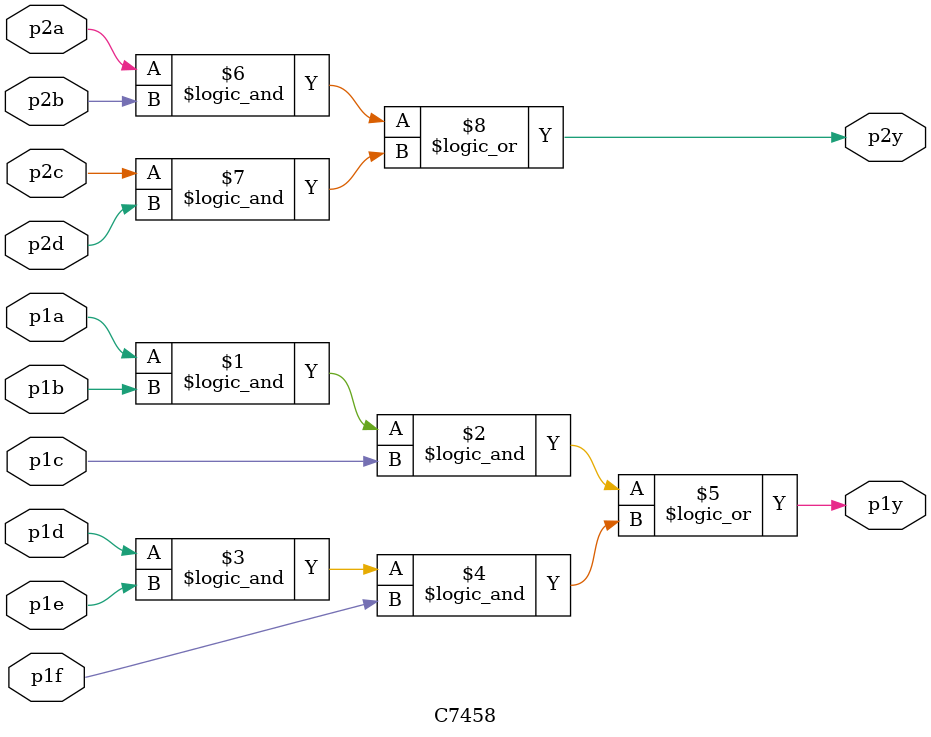
<source format=v>

`timescale 1ns/1ps 

module C7458 (
  input               p1a,
  input               p1b,
  input               p1c,
  input               p1d,
  input               p1e,
  input               p1f,
  output              p1y,
  input               p2a,
  input               p2b,
  input               p2c,
  input               p2d,
  output              p2y
);


  assign p1y = (((p1a && p1b) && p1c) || ((p1d && p1e) && p1f));
  assign p2y = ((p2a && p2b) || (p2c && p2d));

endmodule

</source>
